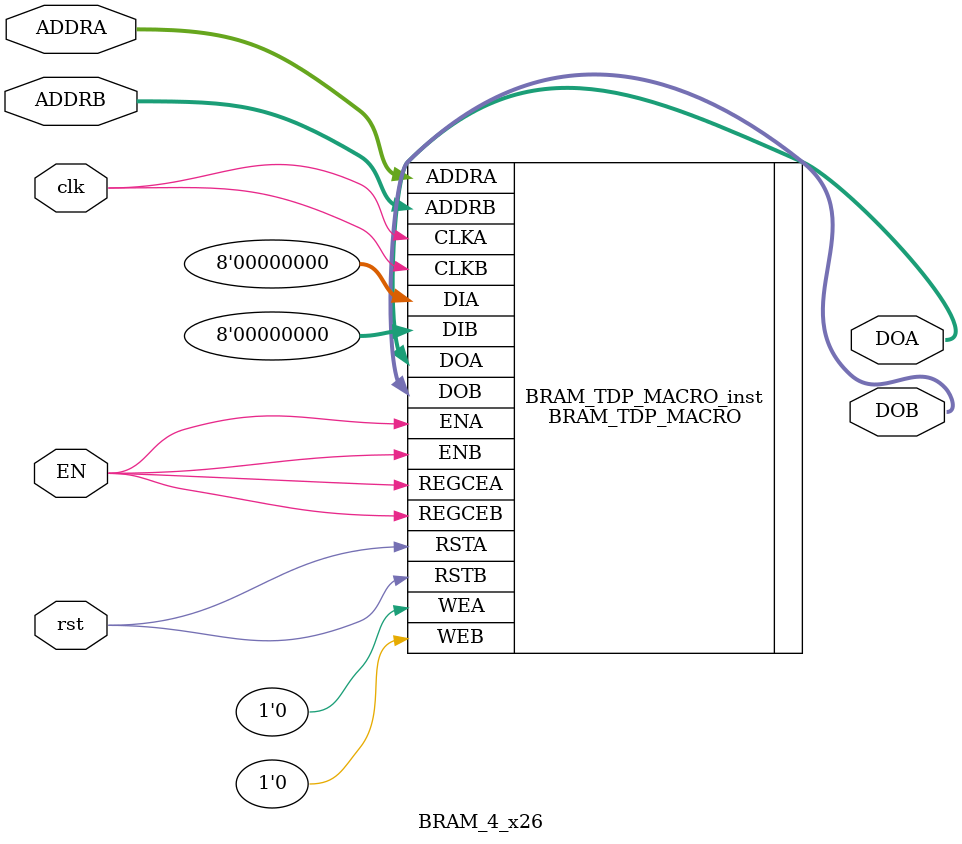
<source format=v>

module BRAM_4_x26(
    input [9:0] ADDRA,
    input [9:0] ADDRB,
    input clk,
    input rst, input EN,
    output [7:0] DOA,
    output [7:0] DOB
    );



// Spartan-6
// Xilinx HDL Libraries Guide, version 14.7
//////////////////////////////////////////////////////////////////////////
// DATA_WIDTH_A/B | BRAM_SIZE | RAM Depth | ADDRA/B Width | WEA/B Width //
// ===============|===========|===========|===============|=============//
// 19-36 | "18Kb" | 512 | 9-bit | 4-bit //
// 10-18 | "18Kb" | 1024 | 10-bit | 2-bit //
// 10-18 | "9Kb" | 512 | 9-bit | 2-bit //
// 5-9 | "18Kb" | 2048 | 11-bit | 1-bit //
// 5-9 | "9Kb" | 1024 | 10-bit | 1-bit //
// 3-4 | "18Kb" | 4096 | 12-bit | 1-bit //
// 3-4 | "9Kb" | 2048 | 11-bit | 1-bit //
// 2 | "18Kb" | 8192 | 13-bit | 1-bit //
// 2 | "9Kb" | 4096 | 12-bit | 1-bit //
// 1 | "18Kb" | 16384 | 14-bit | 1-bit //
// 1 | "9Kb" | 8192 | 12-bit | 1-bit //
//////////////////////////////////////////////////////////////////////////
BRAM_TDP_MACRO #(
	.BRAM_SIZE("9Kb"), // Target BRAM: "9Kb" or "18Kb"
	.DEVICE("SPARTAN6"), // Target device: "VIRTEX5", "VIRTEX6", "SPARTAN6"
	.DOA_REG(1), // Optional port A output register (0 or 1)
	.DOB_REG(1), // Optional port B output register (0 or 1)
	.INIT_A(36'h0123), // Initial values on port A output port
	.INIT_B(36'h3210), // Initial values on port B output port
	.INIT_FILE ("NONE"),
		.READ_WIDTH_A (8), // Valid values are 1-36
	.READ_WIDTH_B (8), // Valid values are 1-36
	.SIM_COLLISION_CHECK ("NONE"), // Collision check enable "ALL", "WARNING_ONLY",
	// "GENERATE_X_ONLY" or "NONE"
	.SRVAL_A(36'h00000000), // Set/Reset value for port A output
	.SRVAL_B(36'h00000000), // Set/Reset value for port B output
	.WRITE_MODE_A("WRITE_FIRST"), // "WRITE_FIRST", "READ_FIRST", or "NO_CHANGE"
	.WRITE_MODE_B("WRITE_FIRST"), // "WRITE_FIRST", "READ_FIRST", or "NO_CHANGE"
	.WRITE_WIDTH_A(8), // Valid values are 1-36
	.WRITE_WIDTH_B(8), // Valid values are 1-36
	
.INIT_00(256'hF28994117D1100006820AB2EDD82000098C40000DD1300004728000007FA0000),
.INIT_01(256'h773E23A6015F0000671D7AFF4D200000D5BB6666B844000080DD00008E410000),
.INIT_02(256'hFEE415139B96CF4C74DEBA3F74C90000EBD62CAF55FA73F0981500007C630000),
.INIT_03(256'hFED6282E625D45C60A921590951A7E7E5D52BE3DCB56870450EF0000FAD70000),
.INIT_04(256'hE0B5DB5E16549C9CA6C078FD6A1B000003710000EC0C00009CDD000076A50000),
.INIT_05(256'hFED5478E102C561AF1E94188434C0945191581CD3FA1064ACFF024688A27C589),
.INIT_06(256'hF0C4292FAD8E61E2941028ADAC3F00006C7F5FDC39B841C26DCE414162530000),
.INIT_07(256'h7F352B613A6735FAA65C7BB2E00D632F99F43EF105FAA76825F8713D85CAD19D),
.INIT_08(256'h1D667BFE92FEEFEF87CF44C1326DEFEF772BEFEF32FCEFEFA8C7EFEFE815EFEF),
.INIT_09(256'h98D1CC49EEB0EFEF88F29510A2CFEFEF3A54898957ABEFEF6F32EFEF61AEEFEF),
.INIT_0A(256'h110BFAFC747920A39B3155D09B26EFEF0439C340BA159C1F77FAEFEF938CEFEF),
.INIT_0B(256'h1139C7C18DB2AA29E57DFA7F7AF59191B2BD51D224B968EBBF00EFEF1538EFEF),
.INIT_0C(256'h0F5A34B1F9BB7373492F971285F4EFEFEC9EEFEF03E3EFEF7332EFEF994AEFEF),
.INIT_0D(256'h113AA861FFC3B9F51E06AE67ACA3E6AAF6FA6E22D04EE9A5201FCB8765C82A66),
.INIT_0E(256'h1F2BC6C042618E0D7BFFC74243D0EFEF8390B033D657AE2D8221AEAE8DBCEFEF),
.INIT_0F(256'h90DAC48ED588DA1549B3945D0FE28CC0761BD11EEA154887CA179ED26A253E72),
.INIT_10(256'hBFCF4C166A0B000049915309874E00008F6A000008A60000511C0000D2D40000),
.INIT_11(256'h5FF81A40CE7800006D620A50E8F60000D3E10F0F49300000C953000058890000),
.INIT_12(256'h8E5A67C78F4A738969EFE0BA980F0000F0B1DD27101A36CC7A690000752D0000),
.INIT_13(256'hD2D118B897855AA04E1F2F75F4B4969686106D977BA6897377B300006AE50000),
.INIT_14(256'hA6B65A005B5A6262D961277D3F96000007820000DC120000321F0000ED8B0000),
.INIT_15(256'hC165B188BD081A790905B089617C0B6889B8E7848AF02D4E0B929BF803D15E3D),
.INIT_16(256'h4AFE3494268311EB24C2D18BB84F0000A58498625C3636CCC4B74545D2EA0000),
.INIT_17(256'hF3F394571E0F22BB95C7B28B87C4FF9C63F6A23B429CC65F0ACDBCDFCB473C5F),
.INIT_18(256'h5020A3F985E4EFEFA67EBCE668A1EFEF6085EFEFE749EFEFBEF3EFEF3D3BEFEF),
.INIT_19(256'hB017F5AF2197EFEF828DE5BF0719EFEF3C0EE0E0A6DFEFEF26BCEFEFB766EFEF),
.INIT_1A(256'h61B5882860A59C6686000F5577E0EFEF1F5E32C8FFF5D9239586EFEF9AC2EFEF),
.INIT_1B(256'h3D3EF757786AB54FA1F0C09A1B5B797969FF82789449669C985CEFEF850AEFEF),
.INIT_1C(256'h4959B5EFB4B58D8D368EC892D079EFEFE86DEFEF33FDEFEFDDF0EFEF0264EFEF),
.INIT_1D(256'h2E8A5E6752E7F596E6EA5F668E93E4876657086B651FC2A1E47D7417EC3EB1D2),
.INIT_1E(256'hA511DB7BC96CFE04CB2D3E6457A0EFEF4A6B778DB3D9D9232B58AAAA3D05EFEF),
.INIT_1F(256'h1C1C7BB8F1E0CD547A285D64682B10738C194DD4AD7329B0E522533024A8D3B0),



	
	//===============================================================================
	
	.INIT_20(256'h0000000000000000000000000000000000000000000000000000000000000000),
	.INIT_21(256'h0000000000000000000000000000000000000000000000000000000000000000),
	.INIT_22(256'h0000000000000000000000000000000000000000000000000000000000000000),
	.INIT_23(256'h0000000000000000000000000000000000000000000000000000000000000000),
	.INIT_24(256'h0000000000000000000000000000000000000000000000000000000000000000),
	.INIT_25(256'h0000000000000000000000000000000000000000000000000000000000000000),
	.INIT_26(256'h0000000000000000000000000000000000000000000000000000000000000000),
	.INIT_27(256'h0000000000000000000000000000000000000000000000000000000000000000),
	.INIT_28(256'h0000000000000000000000000000000000000000000000000000000000000000),
	.INIT_29(256'h0000000000000000000000000000000000000000000000000000000000000000),
	.INIT_2A(256'h0000000000000000000000000000000000000000000000000000000000000000),
	.INIT_2B(256'h0000000000000000000000000000000000000000000000000000000000000000),
	.INIT_2C(256'h0000000000000000000000000000000000000000000000000000000000000000),
	.INIT_2D(256'h0000000000000000000000000000000000000000000000000000000000000000),
	.INIT_2E(256'h0000000000000000000000000000000000000000000000000000000000000000),
	.INIT_2F(256'h0000000000000000000000000000000000000000000000000000000000000000),
	.INIT_30(256'h0000000000000000000000000000000000000000000000000000000000000000),
	.INIT_31(256'h0000000000000000000000000000000000000000000000000000000000000000),
	.INIT_32(256'h0000000000000000000000000000000000000000000000000000000000000000),
	.INIT_33(256'h0000000000000000000000000000000000000000000000000000000000000000),
	.INIT_34(256'h0000000000000000000000000000000000000000000000000000000000000000),
	.INIT_35(256'h0000000000000000000000000000000000000000000000000000000000000000),
	.INIT_36(256'h0000000000000000000000000000000000000000000000000000000000000000),
	.INIT_37(256'h0000000000000000000000000000000000000000000000000000000000000000),
	.INIT_38(256'h0000000000000000000000000000000000000000000000000000000000000000),
	.INIT_39(256'h0000000000000000000000000000000000000000000000000000000000000000),
	.INIT_3A(256'h0000000000000000000000000000000000000000000000000000000000000000),
	.INIT_3B(256'h0000000000000000000000000000000000000000000000000000000000000000),
	.INIT_3C(256'h0000000000000000000000000000000000000000000000000000000000000000),
	.INIT_3D(256'h0000000000000000000000000000000000000000000000000000000000000000),
	.INIT_3E(256'h0000000000000000000000000000000000000000000000000000000000000000),
	.INIT_3F(256'h0000000000000000000000000000000000000000000000000000000000000000),


	// The next set of INITP_xx are for the parity bits
	.INITP_00(256'h0000000000000000000000000000000000000000000000000000000000000000),
	.INITP_01(256'h0000000000000000000000000000000000000000000000000000000000000000),
	.INITP_02(256'h0000000000000000000000000000000000000000000000000000000000000000),
	.INITP_03(256'h0000000000000000000000000000000000000000000000000000000000000000),
	// The next set of INITP_xx are for "18Kb" configuration only
	.INITP_04(256'h0000000000000000000000000000000000000000000000000000000000000000),
	.INITP_05(256'h0000000000000000000000000000000000000000000000000000000000000000),
	.INITP_06(256'h0000000000000000000000000000000000000000000000000000000000000000),
	.INITP_07(256'h0000000000000000000000000000000000000000000000000000000000000000)
) BRAM_TDP_MACRO_inst (
	.DOA(DOA), // Output port-A data, width defined by READ_WIDTH_A parameter
	.DOB(DOB), // Output port-B data, width defined by READ_WIDTH_B parameter
	.ADDRA(ADDRA), // Input port-A address, width defined by Port A depth
	.ADDRB(ADDRB), // Input port-B address, width defined by Port B depth
	.CLKA(clk), // 1-bit input port-A clock
	.CLKB(clk), // 1-bit input port-B clock
		.DIA(8'h0), // Input port-A data, width defined by WRITE_WIDTH_A parameter
	.DIB(8'h0), // Input port-B data, width defined by WRITE_WIDTH_B parameter
	.ENA(EN), // 1-bit input port-A enable
	.ENB(EN), // 1-bit input port-B enable
	.REGCEA(EN), // 1-bit input port-A output register enable
	.REGCEB(EN), // 1-bit input port-B output register enable
	.RSTA(rst), // 1-bit input port-A reset
	.RSTB(rst), // 1-bit input port-B reset
	.WEA(1'b0), // Input port-A write enable, width defined by Port A depth
	.WEB(1'b0) // Input port-B write enable, width defined by Port B depth
);
// End of BRAM_TDP_MACRO_inst instantiation
endmodule

</source>
